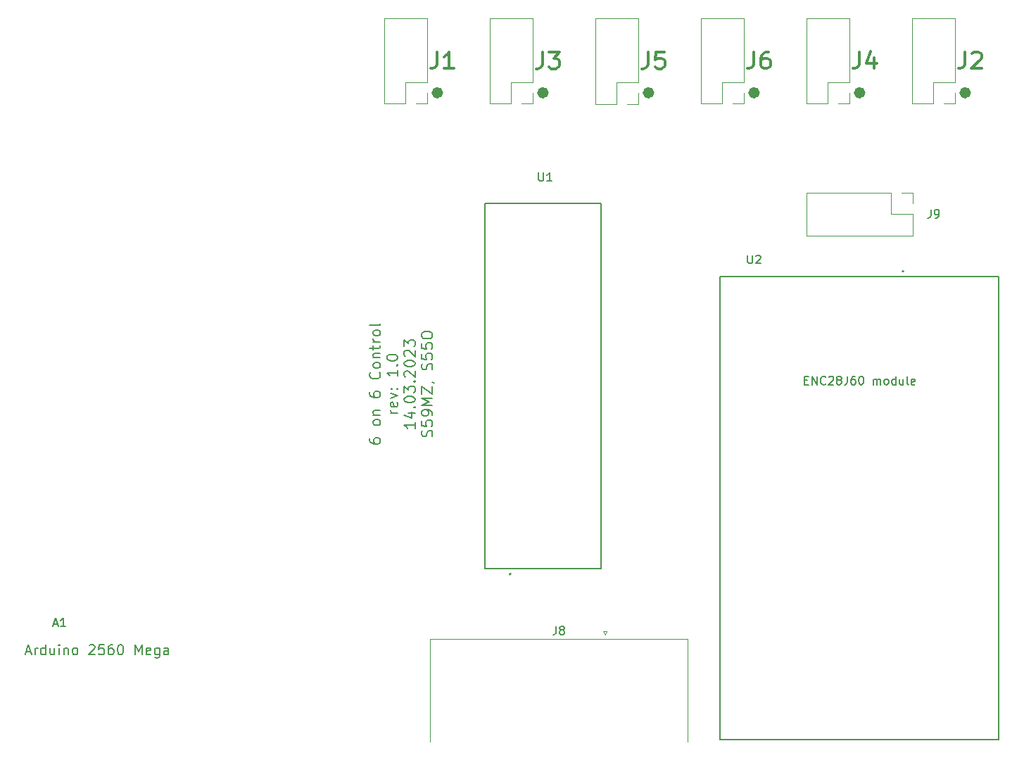
<source format=gto>
G04 #@! TF.GenerationSoftware,KiCad,Pcbnew,6.0.9-8da3e8f707~116~ubuntu20.04.1*
G04 #@! TF.CreationDate,2023-03-28T21:40:01+02:00*
G04 #@! TF.ProjectId,six_to_six_control,7369785f-746f-45f7-9369-785f636f6e74,rev?*
G04 #@! TF.SameCoordinates,Original*
G04 #@! TF.FileFunction,Legend,Top*
G04 #@! TF.FilePolarity,Positive*
%FSLAX46Y46*%
G04 Gerber Fmt 4.6, Leading zero omitted, Abs format (unit mm)*
G04 Created by KiCad (PCBNEW 6.0.9-8da3e8f707~116~ubuntu20.04.1) date 2023-03-28 21:40:01*
%MOMM*%
%LPD*%
G01*
G04 APERTURE LIST*
%ADD10C,0.710000*%
%ADD11C,0.150000*%
%ADD12C,0.300000*%
%ADD13C,0.127000*%
%ADD14C,0.200000*%
%ADD15C,0.120000*%
%ADD16R,1.530000X1.530000*%
%ADD17C,1.530000*%
%ADD18R,1.700000X1.700000*%
%ADD19O,1.700000X1.700000*%
%ADD20C,5.600000*%
%ADD21C,4.000000*%
%ADD22R,1.600000X1.600000*%
%ADD23C,1.600000*%
%ADD24C,3.200000*%
%ADD25C,1.358000*%
%ADD26R,1.358000X1.358000*%
G04 APERTURE END LIST*
D10*
X217525000Y-60960000D02*
G75*
G03*
X217525000Y-60960000I-355000J0D01*
G01*
X204825000Y-60960000D02*
G75*
G03*
X204825000Y-60960000I-355000J0D01*
G01*
X192125000Y-60960000D02*
G75*
G03*
X192125000Y-60960000I-355000J0D01*
G01*
X179425000Y-60960000D02*
G75*
G03*
X179425000Y-60960000I-355000J0D01*
G01*
X166725000Y-60960000D02*
G75*
G03*
X166725000Y-60960000I-355000J0D01*
G01*
X154025000Y-60960000D02*
G75*
G03*
X154025000Y-60960000I-355000J0D01*
G01*
D11*
X104176000Y-128216000D02*
X104747428Y-128216000D01*
X104061714Y-128558857D02*
X104461714Y-127358857D01*
X104861714Y-128558857D01*
X105261714Y-128558857D02*
X105261714Y-127758857D01*
X105261714Y-127987428D02*
X105318857Y-127873142D01*
X105376000Y-127816000D01*
X105490285Y-127758857D01*
X105604571Y-127758857D01*
X106518857Y-128558857D02*
X106518857Y-127358857D01*
X106518857Y-128501714D02*
X106404571Y-128558857D01*
X106176000Y-128558857D01*
X106061714Y-128501714D01*
X106004571Y-128444571D01*
X105947428Y-128330285D01*
X105947428Y-127987428D01*
X106004571Y-127873142D01*
X106061714Y-127816000D01*
X106176000Y-127758857D01*
X106404571Y-127758857D01*
X106518857Y-127816000D01*
X107604571Y-127758857D02*
X107604571Y-128558857D01*
X107090285Y-127758857D02*
X107090285Y-128387428D01*
X107147428Y-128501714D01*
X107261714Y-128558857D01*
X107433142Y-128558857D01*
X107547428Y-128501714D01*
X107604571Y-128444571D01*
X108176000Y-128558857D02*
X108176000Y-127758857D01*
X108176000Y-127358857D02*
X108118857Y-127416000D01*
X108176000Y-127473142D01*
X108233142Y-127416000D01*
X108176000Y-127358857D01*
X108176000Y-127473142D01*
X108747428Y-127758857D02*
X108747428Y-128558857D01*
X108747428Y-127873142D02*
X108804571Y-127816000D01*
X108918857Y-127758857D01*
X109090285Y-127758857D01*
X109204571Y-127816000D01*
X109261714Y-127930285D01*
X109261714Y-128558857D01*
X110004571Y-128558857D02*
X109890285Y-128501714D01*
X109833142Y-128444571D01*
X109776000Y-128330285D01*
X109776000Y-127987428D01*
X109833142Y-127873142D01*
X109890285Y-127816000D01*
X110004571Y-127758857D01*
X110176000Y-127758857D01*
X110290285Y-127816000D01*
X110347428Y-127873142D01*
X110404571Y-127987428D01*
X110404571Y-128330285D01*
X110347428Y-128444571D01*
X110290285Y-128501714D01*
X110176000Y-128558857D01*
X110004571Y-128558857D01*
X111776000Y-127473142D02*
X111833142Y-127416000D01*
X111947428Y-127358857D01*
X112233142Y-127358857D01*
X112347428Y-127416000D01*
X112404571Y-127473142D01*
X112461714Y-127587428D01*
X112461714Y-127701714D01*
X112404571Y-127873142D01*
X111718857Y-128558857D01*
X112461714Y-128558857D01*
X113547428Y-127358857D02*
X112976000Y-127358857D01*
X112918857Y-127930285D01*
X112976000Y-127873142D01*
X113090285Y-127816000D01*
X113376000Y-127816000D01*
X113490285Y-127873142D01*
X113547428Y-127930285D01*
X113604571Y-128044571D01*
X113604571Y-128330285D01*
X113547428Y-128444571D01*
X113490285Y-128501714D01*
X113376000Y-128558857D01*
X113090285Y-128558857D01*
X112976000Y-128501714D01*
X112918857Y-128444571D01*
X114633142Y-127358857D02*
X114404571Y-127358857D01*
X114290285Y-127416000D01*
X114233142Y-127473142D01*
X114118857Y-127644571D01*
X114061714Y-127873142D01*
X114061714Y-128330285D01*
X114118857Y-128444571D01*
X114176000Y-128501714D01*
X114290285Y-128558857D01*
X114518857Y-128558857D01*
X114633142Y-128501714D01*
X114690285Y-128444571D01*
X114747428Y-128330285D01*
X114747428Y-128044571D01*
X114690285Y-127930285D01*
X114633142Y-127873142D01*
X114518857Y-127816000D01*
X114290285Y-127816000D01*
X114176000Y-127873142D01*
X114118857Y-127930285D01*
X114061714Y-128044571D01*
X115490285Y-127358857D02*
X115604571Y-127358857D01*
X115718857Y-127416000D01*
X115776000Y-127473142D01*
X115833142Y-127587428D01*
X115890285Y-127816000D01*
X115890285Y-128101714D01*
X115833142Y-128330285D01*
X115776000Y-128444571D01*
X115718857Y-128501714D01*
X115604571Y-128558857D01*
X115490285Y-128558857D01*
X115376000Y-128501714D01*
X115318857Y-128444571D01*
X115261714Y-128330285D01*
X115204571Y-128101714D01*
X115204571Y-127816000D01*
X115261714Y-127587428D01*
X115318857Y-127473142D01*
X115376000Y-127416000D01*
X115490285Y-127358857D01*
X117318857Y-128558857D02*
X117318857Y-127358857D01*
X117718857Y-128216000D01*
X118118857Y-127358857D01*
X118118857Y-128558857D01*
X119147428Y-128501714D02*
X119033142Y-128558857D01*
X118804571Y-128558857D01*
X118690285Y-128501714D01*
X118633142Y-128387428D01*
X118633142Y-127930285D01*
X118690285Y-127816000D01*
X118804571Y-127758857D01*
X119033142Y-127758857D01*
X119147428Y-127816000D01*
X119204571Y-127930285D01*
X119204571Y-128044571D01*
X118633142Y-128158857D01*
X120233142Y-127758857D02*
X120233142Y-128730285D01*
X120176000Y-128844571D01*
X120118857Y-128901714D01*
X120004571Y-128958857D01*
X119833142Y-128958857D01*
X119718857Y-128901714D01*
X120233142Y-128501714D02*
X120118857Y-128558857D01*
X119890285Y-128558857D01*
X119776000Y-128501714D01*
X119718857Y-128444571D01*
X119661714Y-128330285D01*
X119661714Y-127987428D01*
X119718857Y-127873142D01*
X119776000Y-127816000D01*
X119890285Y-127758857D01*
X120118857Y-127758857D01*
X120233142Y-127816000D01*
X121318857Y-128558857D02*
X121318857Y-127930285D01*
X121261714Y-127816000D01*
X121147428Y-127758857D01*
X120918857Y-127758857D01*
X120804571Y-127816000D01*
X121318857Y-128501714D02*
X121204571Y-128558857D01*
X120918857Y-128558857D01*
X120804571Y-128501714D01*
X120747428Y-128387428D01*
X120747428Y-128273142D01*
X120804571Y-128158857D01*
X120918857Y-128101714D01*
X121204571Y-128101714D01*
X121318857Y-128044571D01*
X145500595Y-102573904D02*
X145500595Y-102821523D01*
X145562500Y-102945333D01*
X145624404Y-103007238D01*
X145810119Y-103131047D01*
X146057738Y-103192952D01*
X146552976Y-103192952D01*
X146676785Y-103131047D01*
X146738690Y-103069142D01*
X146800595Y-102945333D01*
X146800595Y-102697714D01*
X146738690Y-102573904D01*
X146676785Y-102512000D01*
X146552976Y-102450095D01*
X146243452Y-102450095D01*
X146119642Y-102512000D01*
X146057738Y-102573904D01*
X145995833Y-102697714D01*
X145995833Y-102945333D01*
X146057738Y-103069142D01*
X146119642Y-103131047D01*
X146243452Y-103192952D01*
X146800595Y-100716761D02*
X146738690Y-100840571D01*
X146676785Y-100902476D01*
X146552976Y-100964380D01*
X146181547Y-100964380D01*
X146057738Y-100902476D01*
X145995833Y-100840571D01*
X145933928Y-100716761D01*
X145933928Y-100531047D01*
X145995833Y-100407238D01*
X146057738Y-100345333D01*
X146181547Y-100283428D01*
X146552976Y-100283428D01*
X146676785Y-100345333D01*
X146738690Y-100407238D01*
X146800595Y-100531047D01*
X146800595Y-100716761D01*
X145933928Y-99726285D02*
X146800595Y-99726285D01*
X146057738Y-99726285D02*
X145995833Y-99664380D01*
X145933928Y-99540571D01*
X145933928Y-99354857D01*
X145995833Y-99231047D01*
X146119642Y-99169142D01*
X146800595Y-99169142D01*
X145500595Y-97002476D02*
X145500595Y-97250095D01*
X145562500Y-97373904D01*
X145624404Y-97435809D01*
X145810119Y-97559619D01*
X146057738Y-97621523D01*
X146552976Y-97621523D01*
X146676785Y-97559619D01*
X146738690Y-97497714D01*
X146800595Y-97373904D01*
X146800595Y-97126285D01*
X146738690Y-97002476D01*
X146676785Y-96940571D01*
X146552976Y-96878666D01*
X146243452Y-96878666D01*
X146119642Y-96940571D01*
X146057738Y-97002476D01*
X145995833Y-97126285D01*
X145995833Y-97373904D01*
X146057738Y-97497714D01*
X146119642Y-97559619D01*
X146243452Y-97621523D01*
X146676785Y-94588190D02*
X146738690Y-94650095D01*
X146800595Y-94835809D01*
X146800595Y-94959619D01*
X146738690Y-95145333D01*
X146614880Y-95269142D01*
X146491071Y-95331047D01*
X146243452Y-95392952D01*
X146057738Y-95392952D01*
X145810119Y-95331047D01*
X145686309Y-95269142D01*
X145562500Y-95145333D01*
X145500595Y-94959619D01*
X145500595Y-94835809D01*
X145562500Y-94650095D01*
X145624404Y-94588190D01*
X146800595Y-93845333D02*
X146738690Y-93969142D01*
X146676785Y-94031047D01*
X146552976Y-94092952D01*
X146181547Y-94092952D01*
X146057738Y-94031047D01*
X145995833Y-93969142D01*
X145933928Y-93845333D01*
X145933928Y-93659619D01*
X145995833Y-93535809D01*
X146057738Y-93473904D01*
X146181547Y-93412000D01*
X146552976Y-93412000D01*
X146676785Y-93473904D01*
X146738690Y-93535809D01*
X146800595Y-93659619D01*
X146800595Y-93845333D01*
X145933928Y-92854857D02*
X146800595Y-92854857D01*
X146057738Y-92854857D02*
X145995833Y-92792952D01*
X145933928Y-92669142D01*
X145933928Y-92483428D01*
X145995833Y-92359619D01*
X146119642Y-92297714D01*
X146800595Y-92297714D01*
X145933928Y-91864380D02*
X145933928Y-91369142D01*
X145500595Y-91678666D02*
X146614880Y-91678666D01*
X146738690Y-91616761D01*
X146800595Y-91492952D01*
X146800595Y-91369142D01*
X146800595Y-90935809D02*
X145933928Y-90935809D01*
X146181547Y-90935809D02*
X146057738Y-90873904D01*
X145995833Y-90812000D01*
X145933928Y-90688190D01*
X145933928Y-90564380D01*
X146800595Y-89945333D02*
X146738690Y-90069142D01*
X146676785Y-90131047D01*
X146552976Y-90192952D01*
X146181547Y-90192952D01*
X146057738Y-90131047D01*
X145995833Y-90069142D01*
X145933928Y-89945333D01*
X145933928Y-89759619D01*
X145995833Y-89635809D01*
X146057738Y-89573904D01*
X146181547Y-89512000D01*
X146552976Y-89512000D01*
X146676785Y-89573904D01*
X146738690Y-89635809D01*
X146800595Y-89759619D01*
X146800595Y-89945333D01*
X146800595Y-88769142D02*
X146738690Y-88892952D01*
X146614880Y-88954857D01*
X145500595Y-88954857D01*
X148893595Y-99509619D02*
X148026928Y-99509619D01*
X148274547Y-99509619D02*
X148150738Y-99447714D01*
X148088833Y-99385809D01*
X148026928Y-99262000D01*
X148026928Y-99138190D01*
X148831690Y-98209619D02*
X148893595Y-98333428D01*
X148893595Y-98581047D01*
X148831690Y-98704857D01*
X148707880Y-98766761D01*
X148212642Y-98766761D01*
X148088833Y-98704857D01*
X148026928Y-98581047D01*
X148026928Y-98333428D01*
X148088833Y-98209619D01*
X148212642Y-98147714D01*
X148336452Y-98147714D01*
X148460261Y-98766761D01*
X148026928Y-97714380D02*
X148893595Y-97404857D01*
X148026928Y-97095333D01*
X148769785Y-96600095D02*
X148831690Y-96538190D01*
X148893595Y-96600095D01*
X148831690Y-96662000D01*
X148769785Y-96600095D01*
X148893595Y-96600095D01*
X148088833Y-96600095D02*
X148150738Y-96538190D01*
X148212642Y-96600095D01*
X148150738Y-96662000D01*
X148088833Y-96600095D01*
X148212642Y-96600095D01*
X148893595Y-94309619D02*
X148893595Y-95052476D01*
X148893595Y-94681047D02*
X147593595Y-94681047D01*
X147779309Y-94804857D01*
X147903119Y-94928666D01*
X147965023Y-95052476D01*
X148769785Y-93752476D02*
X148831690Y-93690571D01*
X148893595Y-93752476D01*
X148831690Y-93814380D01*
X148769785Y-93752476D01*
X148893595Y-93752476D01*
X147593595Y-92885809D02*
X147593595Y-92762000D01*
X147655500Y-92638190D01*
X147717404Y-92576285D01*
X147841214Y-92514380D01*
X148088833Y-92452476D01*
X148398357Y-92452476D01*
X148645976Y-92514380D01*
X148769785Y-92576285D01*
X148831690Y-92638190D01*
X148893595Y-92762000D01*
X148893595Y-92885809D01*
X148831690Y-93009619D01*
X148769785Y-93071523D01*
X148645976Y-93133428D01*
X148398357Y-93195333D01*
X148088833Y-93195333D01*
X147841214Y-93133428D01*
X147717404Y-93071523D01*
X147655500Y-93009619D01*
X147593595Y-92885809D01*
X150986595Y-100592952D02*
X150986595Y-101335809D01*
X150986595Y-100964380D02*
X149686595Y-100964380D01*
X149872309Y-101088190D01*
X149996119Y-101212000D01*
X150058023Y-101335809D01*
X150119928Y-99478666D02*
X150986595Y-99478666D01*
X149624690Y-99788190D02*
X150553261Y-100097714D01*
X150553261Y-99292952D01*
X150862785Y-98797714D02*
X150924690Y-98735809D01*
X150986595Y-98797714D01*
X150924690Y-98859619D01*
X150862785Y-98797714D01*
X150986595Y-98797714D01*
X149686595Y-97931047D02*
X149686595Y-97807238D01*
X149748500Y-97683428D01*
X149810404Y-97621523D01*
X149934214Y-97559619D01*
X150181833Y-97497714D01*
X150491357Y-97497714D01*
X150738976Y-97559619D01*
X150862785Y-97621523D01*
X150924690Y-97683428D01*
X150986595Y-97807238D01*
X150986595Y-97931047D01*
X150924690Y-98054857D01*
X150862785Y-98116761D01*
X150738976Y-98178666D01*
X150491357Y-98240571D01*
X150181833Y-98240571D01*
X149934214Y-98178666D01*
X149810404Y-98116761D01*
X149748500Y-98054857D01*
X149686595Y-97931047D01*
X149686595Y-97064380D02*
X149686595Y-96259619D01*
X150181833Y-96692952D01*
X150181833Y-96507238D01*
X150243738Y-96383428D01*
X150305642Y-96321523D01*
X150429452Y-96259619D01*
X150738976Y-96259619D01*
X150862785Y-96321523D01*
X150924690Y-96383428D01*
X150986595Y-96507238D01*
X150986595Y-96878666D01*
X150924690Y-97002476D01*
X150862785Y-97064380D01*
X150862785Y-95702476D02*
X150924690Y-95640571D01*
X150986595Y-95702476D01*
X150924690Y-95764380D01*
X150862785Y-95702476D01*
X150986595Y-95702476D01*
X149810404Y-95145333D02*
X149748500Y-95083428D01*
X149686595Y-94959619D01*
X149686595Y-94650095D01*
X149748500Y-94526285D01*
X149810404Y-94464380D01*
X149934214Y-94402476D01*
X150058023Y-94402476D01*
X150243738Y-94464380D01*
X150986595Y-95207238D01*
X150986595Y-94402476D01*
X149686595Y-93597714D02*
X149686595Y-93473904D01*
X149748500Y-93350095D01*
X149810404Y-93288190D01*
X149934214Y-93226285D01*
X150181833Y-93164380D01*
X150491357Y-93164380D01*
X150738976Y-93226285D01*
X150862785Y-93288190D01*
X150924690Y-93350095D01*
X150986595Y-93473904D01*
X150986595Y-93597714D01*
X150924690Y-93721523D01*
X150862785Y-93783428D01*
X150738976Y-93845333D01*
X150491357Y-93907238D01*
X150181833Y-93907238D01*
X149934214Y-93845333D01*
X149810404Y-93783428D01*
X149748500Y-93721523D01*
X149686595Y-93597714D01*
X149810404Y-92669142D02*
X149748500Y-92607238D01*
X149686595Y-92483428D01*
X149686595Y-92173904D01*
X149748500Y-92050095D01*
X149810404Y-91988190D01*
X149934214Y-91926285D01*
X150058023Y-91926285D01*
X150243738Y-91988190D01*
X150986595Y-92731047D01*
X150986595Y-91926285D01*
X149686595Y-91492952D02*
X149686595Y-90688190D01*
X150181833Y-91121523D01*
X150181833Y-90935809D01*
X150243738Y-90812000D01*
X150305642Y-90750095D01*
X150429452Y-90688190D01*
X150738976Y-90688190D01*
X150862785Y-90750095D01*
X150924690Y-90812000D01*
X150986595Y-90935809D01*
X150986595Y-91307238D01*
X150924690Y-91431047D01*
X150862785Y-91492952D01*
X153017690Y-102326285D02*
X153079595Y-102140571D01*
X153079595Y-101831047D01*
X153017690Y-101707238D01*
X152955785Y-101645333D01*
X152831976Y-101583428D01*
X152708166Y-101583428D01*
X152584357Y-101645333D01*
X152522452Y-101707238D01*
X152460547Y-101831047D01*
X152398642Y-102078666D01*
X152336738Y-102202476D01*
X152274833Y-102264380D01*
X152151023Y-102326285D01*
X152027214Y-102326285D01*
X151903404Y-102264380D01*
X151841500Y-102202476D01*
X151779595Y-102078666D01*
X151779595Y-101769142D01*
X151841500Y-101583428D01*
X151779595Y-100407238D02*
X151779595Y-101026285D01*
X152398642Y-101088190D01*
X152336738Y-101026285D01*
X152274833Y-100902476D01*
X152274833Y-100592952D01*
X152336738Y-100469142D01*
X152398642Y-100407238D01*
X152522452Y-100345333D01*
X152831976Y-100345333D01*
X152955785Y-100407238D01*
X153017690Y-100469142D01*
X153079595Y-100592952D01*
X153079595Y-100902476D01*
X153017690Y-101026285D01*
X152955785Y-101088190D01*
X153079595Y-99726285D02*
X153079595Y-99478666D01*
X153017690Y-99354857D01*
X152955785Y-99292952D01*
X152770071Y-99169142D01*
X152522452Y-99107238D01*
X152027214Y-99107238D01*
X151903404Y-99169142D01*
X151841500Y-99231047D01*
X151779595Y-99354857D01*
X151779595Y-99602476D01*
X151841500Y-99726285D01*
X151903404Y-99788190D01*
X152027214Y-99850095D01*
X152336738Y-99850095D01*
X152460547Y-99788190D01*
X152522452Y-99726285D01*
X152584357Y-99602476D01*
X152584357Y-99354857D01*
X152522452Y-99231047D01*
X152460547Y-99169142D01*
X152336738Y-99107238D01*
X153079595Y-98550095D02*
X151779595Y-98550095D01*
X152708166Y-98116761D01*
X151779595Y-97683428D01*
X153079595Y-97683428D01*
X151779595Y-97188190D02*
X151779595Y-96321523D01*
X153079595Y-97188190D01*
X153079595Y-96321523D01*
X153017690Y-95764380D02*
X153079595Y-95764380D01*
X153203404Y-95826285D01*
X153265309Y-95888190D01*
X153017690Y-94278666D02*
X153079595Y-94092952D01*
X153079595Y-93783428D01*
X153017690Y-93659619D01*
X152955785Y-93597714D01*
X152831976Y-93535809D01*
X152708166Y-93535809D01*
X152584357Y-93597714D01*
X152522452Y-93659619D01*
X152460547Y-93783428D01*
X152398642Y-94031047D01*
X152336738Y-94154857D01*
X152274833Y-94216761D01*
X152151023Y-94278666D01*
X152027214Y-94278666D01*
X151903404Y-94216761D01*
X151841500Y-94154857D01*
X151779595Y-94031047D01*
X151779595Y-93721523D01*
X151841500Y-93535809D01*
X151779595Y-92359619D02*
X151779595Y-92978666D01*
X152398642Y-93040571D01*
X152336738Y-92978666D01*
X152274833Y-92854857D01*
X152274833Y-92545333D01*
X152336738Y-92421523D01*
X152398642Y-92359619D01*
X152522452Y-92297714D01*
X152831976Y-92297714D01*
X152955785Y-92359619D01*
X153017690Y-92421523D01*
X153079595Y-92545333D01*
X153079595Y-92854857D01*
X153017690Y-92978666D01*
X152955785Y-93040571D01*
X151779595Y-91121523D02*
X151779595Y-91740571D01*
X152398642Y-91802476D01*
X152336738Y-91740571D01*
X152274833Y-91616761D01*
X152274833Y-91307238D01*
X152336738Y-91183428D01*
X152398642Y-91121523D01*
X152522452Y-91059619D01*
X152831976Y-91059619D01*
X152955785Y-91121523D01*
X153017690Y-91183428D01*
X153079595Y-91307238D01*
X153079595Y-91616761D01*
X153017690Y-91740571D01*
X152955785Y-91802476D01*
X151779595Y-90254857D02*
X151779595Y-90007238D01*
X151841500Y-89883428D01*
X151965309Y-89759619D01*
X152212928Y-89697714D01*
X152646261Y-89697714D01*
X152893880Y-89759619D01*
X153017690Y-89883428D01*
X153079595Y-90007238D01*
X153079595Y-90254857D01*
X153017690Y-90378666D01*
X152893880Y-90502476D01*
X152646261Y-90564380D01*
X152212928Y-90564380D01*
X151965309Y-90502476D01*
X151841500Y-90378666D01*
X151779595Y-90254857D01*
X165862095Y-70572380D02*
X165862095Y-71381904D01*
X165909714Y-71477142D01*
X165957333Y-71524761D01*
X166052571Y-71572380D01*
X166243047Y-71572380D01*
X166338285Y-71524761D01*
X166385904Y-71477142D01*
X166433523Y-71381904D01*
X166433523Y-70572380D01*
X167433523Y-71572380D02*
X166862095Y-71572380D01*
X167147809Y-71572380D02*
X167147809Y-70572380D01*
X167052571Y-70715238D01*
X166957333Y-70810476D01*
X166862095Y-70858095D01*
D12*
X204438333Y-56054761D02*
X204438333Y-57483333D01*
X204343095Y-57769047D01*
X204152619Y-57959523D01*
X203866904Y-58054761D01*
X203676428Y-58054761D01*
X206247857Y-56721428D02*
X206247857Y-58054761D01*
X205771666Y-55959523D02*
X205295476Y-57388095D01*
X206533571Y-57388095D01*
X153638333Y-56054761D02*
X153638333Y-57483333D01*
X153543095Y-57769047D01*
X153352619Y-57959523D01*
X153066904Y-58054761D01*
X152876428Y-58054761D01*
X155638333Y-58054761D02*
X154495476Y-58054761D01*
X155066904Y-58054761D02*
X155066904Y-56054761D01*
X154876428Y-56340476D01*
X154685952Y-56530952D01*
X154495476Y-56626190D01*
X191738333Y-56054761D02*
X191738333Y-57483333D01*
X191643095Y-57769047D01*
X191452619Y-57959523D01*
X191166904Y-58054761D01*
X190976428Y-58054761D01*
X193547857Y-56054761D02*
X193166904Y-56054761D01*
X192976428Y-56150000D01*
X192881190Y-56245238D01*
X192690714Y-56530952D01*
X192595476Y-56911904D01*
X192595476Y-57673809D01*
X192690714Y-57864285D01*
X192785952Y-57959523D01*
X192976428Y-58054761D01*
X193357380Y-58054761D01*
X193547857Y-57959523D01*
X193643095Y-57864285D01*
X193738333Y-57673809D01*
X193738333Y-57197619D01*
X193643095Y-57007142D01*
X193547857Y-56911904D01*
X193357380Y-56816666D01*
X192976428Y-56816666D01*
X192785952Y-56911904D01*
X192690714Y-57007142D01*
X192595476Y-57197619D01*
D11*
X213026666Y-75017380D02*
X213026666Y-75731666D01*
X212979047Y-75874523D01*
X212883809Y-75969761D01*
X212740952Y-76017380D01*
X212645714Y-76017380D01*
X213550476Y-76017380D02*
X213740952Y-76017380D01*
X213836190Y-75969761D01*
X213883809Y-75922142D01*
X213979047Y-75779285D01*
X214026666Y-75588809D01*
X214026666Y-75207857D01*
X213979047Y-75112619D01*
X213931428Y-75065000D01*
X213836190Y-75017380D01*
X213645714Y-75017380D01*
X213550476Y-75065000D01*
X213502857Y-75112619D01*
X213455238Y-75207857D01*
X213455238Y-75445952D01*
X213502857Y-75541190D01*
X213550476Y-75588809D01*
X213645714Y-75636428D01*
X213836190Y-75636428D01*
X213931428Y-75588809D01*
X213979047Y-75541190D01*
X214026666Y-75445952D01*
D12*
X166333333Y-56064761D02*
X166333333Y-57493333D01*
X166238095Y-57779047D01*
X166047619Y-57969523D01*
X165761904Y-58064761D01*
X165571428Y-58064761D01*
X167095238Y-56064761D02*
X168333333Y-56064761D01*
X167666666Y-56826666D01*
X167952380Y-56826666D01*
X168142857Y-56921904D01*
X168238095Y-57017142D01*
X168333333Y-57207619D01*
X168333333Y-57683809D01*
X168238095Y-57874285D01*
X168142857Y-57969523D01*
X167952380Y-58064761D01*
X167380952Y-58064761D01*
X167190476Y-57969523D01*
X167095238Y-57874285D01*
D11*
X167951666Y-125176380D02*
X167951666Y-125890666D01*
X167904047Y-126033523D01*
X167808809Y-126128761D01*
X167665952Y-126176380D01*
X167570714Y-126176380D01*
X168570714Y-125604952D02*
X168475476Y-125557333D01*
X168427857Y-125509714D01*
X168380238Y-125414476D01*
X168380238Y-125366857D01*
X168427857Y-125271619D01*
X168475476Y-125224000D01*
X168570714Y-125176380D01*
X168761190Y-125176380D01*
X168856428Y-125224000D01*
X168904047Y-125271619D01*
X168951666Y-125366857D01*
X168951666Y-125414476D01*
X168904047Y-125509714D01*
X168856428Y-125557333D01*
X168761190Y-125604952D01*
X168570714Y-125604952D01*
X168475476Y-125652571D01*
X168427857Y-125700190D01*
X168380238Y-125795428D01*
X168380238Y-125985904D01*
X168427857Y-126081142D01*
X168475476Y-126128761D01*
X168570714Y-126176380D01*
X168761190Y-126176380D01*
X168856428Y-126128761D01*
X168904047Y-126081142D01*
X168951666Y-125985904D01*
X168951666Y-125795428D01*
X168904047Y-125700190D01*
X168856428Y-125652571D01*
X168761190Y-125604952D01*
X191008095Y-80498880D02*
X191008095Y-81308404D01*
X191055714Y-81403642D01*
X191103333Y-81451261D01*
X191198571Y-81498880D01*
X191389047Y-81498880D01*
X191484285Y-81451261D01*
X191531904Y-81403642D01*
X191579523Y-81308404D01*
X191579523Y-80498880D01*
X192008095Y-80594119D02*
X192055714Y-80546500D01*
X192150952Y-80498880D01*
X192389047Y-80498880D01*
X192484285Y-80546500D01*
X192531904Y-80594119D01*
X192579523Y-80689357D01*
X192579523Y-80784595D01*
X192531904Y-80927452D01*
X191960476Y-81498880D01*
X192579523Y-81498880D01*
X197850952Y-95559571D02*
X198184285Y-95559571D01*
X198327142Y-96083380D02*
X197850952Y-96083380D01*
X197850952Y-95083380D01*
X198327142Y-95083380D01*
X198755714Y-96083380D02*
X198755714Y-95083380D01*
X199327142Y-96083380D01*
X199327142Y-95083380D01*
X200374761Y-95988142D02*
X200327142Y-96035761D01*
X200184285Y-96083380D01*
X200089047Y-96083380D01*
X199946190Y-96035761D01*
X199850952Y-95940523D01*
X199803333Y-95845285D01*
X199755714Y-95654809D01*
X199755714Y-95511952D01*
X199803333Y-95321476D01*
X199850952Y-95226238D01*
X199946190Y-95131000D01*
X200089047Y-95083380D01*
X200184285Y-95083380D01*
X200327142Y-95131000D01*
X200374761Y-95178619D01*
X200755714Y-95178619D02*
X200803333Y-95131000D01*
X200898571Y-95083380D01*
X201136666Y-95083380D01*
X201231904Y-95131000D01*
X201279523Y-95178619D01*
X201327142Y-95273857D01*
X201327142Y-95369095D01*
X201279523Y-95511952D01*
X200708095Y-96083380D01*
X201327142Y-96083380D01*
X201898571Y-95511952D02*
X201803333Y-95464333D01*
X201755714Y-95416714D01*
X201708095Y-95321476D01*
X201708095Y-95273857D01*
X201755714Y-95178619D01*
X201803333Y-95131000D01*
X201898571Y-95083380D01*
X202089047Y-95083380D01*
X202184285Y-95131000D01*
X202231904Y-95178619D01*
X202279523Y-95273857D01*
X202279523Y-95321476D01*
X202231904Y-95416714D01*
X202184285Y-95464333D01*
X202089047Y-95511952D01*
X201898571Y-95511952D01*
X201803333Y-95559571D01*
X201755714Y-95607190D01*
X201708095Y-95702428D01*
X201708095Y-95892904D01*
X201755714Y-95988142D01*
X201803333Y-96035761D01*
X201898571Y-96083380D01*
X202089047Y-96083380D01*
X202184285Y-96035761D01*
X202231904Y-95988142D01*
X202279523Y-95892904D01*
X202279523Y-95702428D01*
X202231904Y-95607190D01*
X202184285Y-95559571D01*
X202089047Y-95511952D01*
X202993809Y-95083380D02*
X202993809Y-95797666D01*
X202946190Y-95940523D01*
X202850952Y-96035761D01*
X202708095Y-96083380D01*
X202612857Y-96083380D01*
X203898571Y-95083380D02*
X203708095Y-95083380D01*
X203612857Y-95131000D01*
X203565238Y-95178619D01*
X203470000Y-95321476D01*
X203422380Y-95511952D01*
X203422380Y-95892904D01*
X203470000Y-95988142D01*
X203517619Y-96035761D01*
X203612857Y-96083380D01*
X203803333Y-96083380D01*
X203898571Y-96035761D01*
X203946190Y-95988142D01*
X203993809Y-95892904D01*
X203993809Y-95654809D01*
X203946190Y-95559571D01*
X203898571Y-95511952D01*
X203803333Y-95464333D01*
X203612857Y-95464333D01*
X203517619Y-95511952D01*
X203470000Y-95559571D01*
X203422380Y-95654809D01*
X204612857Y-95083380D02*
X204708095Y-95083380D01*
X204803333Y-95131000D01*
X204850952Y-95178619D01*
X204898571Y-95273857D01*
X204946190Y-95464333D01*
X204946190Y-95702428D01*
X204898571Y-95892904D01*
X204850952Y-95988142D01*
X204803333Y-96035761D01*
X204708095Y-96083380D01*
X204612857Y-96083380D01*
X204517619Y-96035761D01*
X204470000Y-95988142D01*
X204422380Y-95892904D01*
X204374761Y-95702428D01*
X204374761Y-95464333D01*
X204422380Y-95273857D01*
X204470000Y-95178619D01*
X204517619Y-95131000D01*
X204612857Y-95083380D01*
X206136666Y-96083380D02*
X206136666Y-95416714D01*
X206136666Y-95511952D02*
X206184285Y-95464333D01*
X206279523Y-95416714D01*
X206422380Y-95416714D01*
X206517619Y-95464333D01*
X206565238Y-95559571D01*
X206565238Y-96083380D01*
X206565238Y-95559571D02*
X206612857Y-95464333D01*
X206708095Y-95416714D01*
X206850952Y-95416714D01*
X206946190Y-95464333D01*
X206993809Y-95559571D01*
X206993809Y-96083380D01*
X207612857Y-96083380D02*
X207517619Y-96035761D01*
X207470000Y-95988142D01*
X207422380Y-95892904D01*
X207422380Y-95607190D01*
X207470000Y-95511952D01*
X207517619Y-95464333D01*
X207612857Y-95416714D01*
X207755714Y-95416714D01*
X207850952Y-95464333D01*
X207898571Y-95511952D01*
X207946190Y-95607190D01*
X207946190Y-95892904D01*
X207898571Y-95988142D01*
X207850952Y-96035761D01*
X207755714Y-96083380D01*
X207612857Y-96083380D01*
X208803333Y-96083380D02*
X208803333Y-95083380D01*
X208803333Y-96035761D02*
X208708095Y-96083380D01*
X208517619Y-96083380D01*
X208422380Y-96035761D01*
X208374761Y-95988142D01*
X208327142Y-95892904D01*
X208327142Y-95607190D01*
X208374761Y-95511952D01*
X208422380Y-95464333D01*
X208517619Y-95416714D01*
X208708095Y-95416714D01*
X208803333Y-95464333D01*
X209708095Y-95416714D02*
X209708095Y-96083380D01*
X209279523Y-95416714D02*
X209279523Y-95940523D01*
X209327142Y-96035761D01*
X209422380Y-96083380D01*
X209565238Y-96083380D01*
X209660476Y-96035761D01*
X209708095Y-95988142D01*
X210327142Y-96083380D02*
X210231904Y-96035761D01*
X210184285Y-95940523D01*
X210184285Y-95083380D01*
X211089047Y-96035761D02*
X210993809Y-96083380D01*
X210803333Y-96083380D01*
X210708095Y-96035761D01*
X210660476Y-95940523D01*
X210660476Y-95559571D01*
X210708095Y-95464333D01*
X210803333Y-95416714D01*
X210993809Y-95416714D01*
X211089047Y-95464333D01*
X211136666Y-95559571D01*
X211136666Y-95654809D01*
X210660476Y-95750047D01*
D12*
X179038333Y-56064761D02*
X179038333Y-57493333D01*
X178943095Y-57779047D01*
X178752619Y-57969523D01*
X178466904Y-58064761D01*
X178276428Y-58064761D01*
X180943095Y-56064761D02*
X179990714Y-56064761D01*
X179895476Y-57017142D01*
X179990714Y-56921904D01*
X180181190Y-56826666D01*
X180657380Y-56826666D01*
X180847857Y-56921904D01*
X180943095Y-57017142D01*
X181038333Y-57207619D01*
X181038333Y-57683809D01*
X180943095Y-57874285D01*
X180847857Y-57969523D01*
X180657380Y-58064761D01*
X180181190Y-58064761D01*
X179990714Y-57969523D01*
X179895476Y-57874285D01*
X217138333Y-56054761D02*
X217138333Y-57483333D01*
X217043095Y-57769047D01*
X216852619Y-57959523D01*
X216566904Y-58054761D01*
X216376428Y-58054761D01*
X217995476Y-56245238D02*
X218090714Y-56150000D01*
X218281190Y-56054761D01*
X218757380Y-56054761D01*
X218947857Y-56150000D01*
X219043095Y-56245238D01*
X219138333Y-56435714D01*
X219138333Y-56626190D01*
X219043095Y-56911904D01*
X217900238Y-58054761D01*
X219138333Y-58054761D01*
D11*
X107489714Y-124880666D02*
X107965904Y-124880666D01*
X107394476Y-125166380D02*
X107727809Y-124166380D01*
X108061142Y-125166380D01*
X108918285Y-125166380D02*
X108346857Y-125166380D01*
X108632571Y-125166380D02*
X108632571Y-124166380D01*
X108537333Y-124309238D01*
X108442095Y-124404476D01*
X108346857Y-124452095D01*
D13*
X159370000Y-118241500D02*
X159370000Y-74241500D01*
X173370000Y-74241500D02*
X173370000Y-118241500D01*
X159370000Y-74241500D02*
X173370000Y-74241500D01*
X173370000Y-118241500D02*
X159370000Y-118241500D01*
D14*
X162530000Y-118873500D02*
G75*
G03*
X162530000Y-118873500I-100000J0D01*
G01*
D15*
X203260000Y-52010000D02*
X198060000Y-52010000D01*
X200660000Y-59690000D02*
X200660000Y-62290000D01*
X200660000Y-62290000D02*
X198060000Y-62290000D01*
X198060000Y-62290000D02*
X198060000Y-52010000D01*
X203260000Y-62290000D02*
X201930000Y-62290000D01*
X203260000Y-59690000D02*
X200660000Y-59690000D01*
X203260000Y-59690000D02*
X203260000Y-52010000D01*
X203260000Y-60960000D02*
X203260000Y-62290000D01*
X149860000Y-59690000D02*
X149860000Y-62290000D01*
X149860000Y-62290000D02*
X147260000Y-62290000D01*
X152460000Y-59690000D02*
X152460000Y-52010000D01*
X152460000Y-52010000D02*
X147260000Y-52010000D01*
X152460000Y-60960000D02*
X152460000Y-62290000D01*
X152460000Y-62290000D02*
X151130000Y-62290000D01*
X152460000Y-59690000D02*
X149860000Y-59690000D01*
X147260000Y-62290000D02*
X147260000Y-52010000D01*
X190560000Y-59690000D02*
X187960000Y-59690000D01*
X187960000Y-59690000D02*
X187960000Y-62290000D01*
X185360000Y-62290000D02*
X185360000Y-52010000D01*
X190560000Y-59690000D02*
X190560000Y-52010000D01*
X187960000Y-62290000D02*
X185360000Y-62290000D01*
X190560000Y-52010000D02*
X185360000Y-52010000D01*
X190560000Y-62290000D02*
X189230000Y-62290000D01*
X190560000Y-60960000D02*
X190560000Y-62290000D01*
X210880000Y-72965000D02*
X210880000Y-74295000D01*
X210880000Y-75565000D02*
X210880000Y-78165000D01*
X210880000Y-78165000D02*
X198060000Y-78165000D01*
X208280000Y-72965000D02*
X208280000Y-75565000D01*
X198060000Y-72965000D02*
X198060000Y-78165000D01*
X208280000Y-72965000D02*
X198060000Y-72965000D01*
X208280000Y-75565000D02*
X210880000Y-75565000D01*
X209550000Y-72965000D02*
X210880000Y-72965000D01*
X165160000Y-52010000D02*
X159960000Y-52010000D01*
X159960000Y-62290000D02*
X159960000Y-52010000D01*
X165160000Y-60960000D02*
X165160000Y-62290000D01*
X165160000Y-59690000D02*
X162560000Y-59690000D01*
X165160000Y-59690000D02*
X165160000Y-52010000D01*
X162560000Y-59690000D02*
X162560000Y-62290000D01*
X162560000Y-62290000D02*
X159960000Y-62290000D01*
X165160000Y-62290000D02*
X163830000Y-62290000D01*
X152800000Y-126664000D02*
X183770000Y-126664000D01*
X183770000Y-126664000D02*
X183770000Y-139004000D01*
X173575000Y-125769662D02*
X174075000Y-125769662D01*
X173825000Y-126202675D02*
X173575000Y-125769662D01*
X152800000Y-139004000D02*
X152800000Y-126664000D01*
X174075000Y-125769662D02*
X173825000Y-126202675D01*
D13*
X221234000Y-138811000D02*
X187706000Y-138811000D01*
X187706000Y-138811000D02*
X187706000Y-83058000D01*
X187706000Y-83058000D02*
X221234000Y-83055000D01*
X221234000Y-83055000D02*
X221234000Y-138811000D01*
D14*
X209780000Y-82423000D02*
G75*
G03*
X209780000Y-82423000I-100000J0D01*
G01*
D15*
X177860000Y-60970000D02*
X177860000Y-62300000D01*
X177860000Y-59700000D02*
X177860000Y-52020000D01*
X175260000Y-62300000D02*
X172660000Y-62300000D01*
X177860000Y-59700000D02*
X175260000Y-59700000D01*
X175260000Y-59700000D02*
X175260000Y-62300000D01*
X177860000Y-52020000D02*
X172660000Y-52020000D01*
X172660000Y-62300000D02*
X172660000Y-52020000D01*
X177860000Y-62300000D02*
X176530000Y-62300000D01*
X215960000Y-59690000D02*
X215960000Y-52010000D01*
X210760000Y-62290000D02*
X210760000Y-52010000D01*
X215960000Y-59690000D02*
X213360000Y-59690000D01*
X215960000Y-62290000D02*
X214630000Y-62290000D01*
X215960000Y-60960000D02*
X215960000Y-62290000D01*
X215960000Y-52010000D02*
X210760000Y-52010000D01*
X213360000Y-62290000D02*
X210760000Y-62290000D01*
X213360000Y-59690000D02*
X213360000Y-62290000D01*
%LPC*%
D16*
X162560000Y-116841500D03*
D17*
X165100000Y-116841500D03*
X167640000Y-116841500D03*
X170180000Y-116841500D03*
X170180000Y-75621500D03*
X167640000Y-75621500D03*
X165100000Y-75621500D03*
X162560000Y-75621500D03*
D18*
X201930000Y-60960000D03*
D19*
X199390000Y-60960000D03*
X201930000Y-58420000D03*
X199390000Y-58420000D03*
X201930000Y-55880000D03*
X199390000Y-55880000D03*
X201930000Y-53340000D03*
X199390000Y-53340000D03*
D18*
X151130000Y-60960000D03*
D19*
X148590000Y-60960000D03*
X151130000Y-58420000D03*
X148590000Y-58420000D03*
X151130000Y-55880000D03*
X148590000Y-55880000D03*
X151130000Y-53340000D03*
X148590000Y-53340000D03*
D18*
X189230000Y-60960000D03*
D19*
X186690000Y-60960000D03*
X189230000Y-58420000D03*
X186690000Y-58420000D03*
X189230000Y-55880000D03*
X186690000Y-55880000D03*
X189230000Y-53340000D03*
X186690000Y-53340000D03*
D20*
X81280000Y-128270000D03*
D18*
X209550000Y-74295000D03*
D19*
X209550000Y-76835000D03*
X207010000Y-74295000D03*
X207010000Y-76835000D03*
X204470000Y-74295000D03*
X204470000Y-76835000D03*
X201930000Y-74295000D03*
X201930000Y-76835000D03*
X199390000Y-74295000D03*
X199390000Y-76835000D03*
D20*
X146050000Y-128270000D03*
X215900000Y-45085000D03*
D18*
X163830000Y-60960000D03*
D19*
X161290000Y-60960000D03*
X163830000Y-58420000D03*
X161290000Y-58420000D03*
X163830000Y-55880000D03*
X161290000Y-55880000D03*
X163830000Y-53340000D03*
X161290000Y-53340000D03*
D21*
X180785000Y-129944000D03*
X155785000Y-129944000D03*
D22*
X173825000Y-128524000D03*
D23*
X171055000Y-128524000D03*
X168285000Y-128524000D03*
X165515000Y-128524000D03*
X162745000Y-128524000D03*
X172440000Y-131364000D03*
X169670000Y-131364000D03*
X166900000Y-131364000D03*
X164130000Y-131364000D03*
D24*
X218694000Y-136271000D03*
X218694000Y-86233000D03*
X190246000Y-86233000D03*
X190246000Y-136271000D03*
D16*
X209550000Y-84455000D03*
D17*
X209550000Y-86995000D03*
X207010000Y-84455000D03*
X207010000Y-86995000D03*
X204470000Y-84455000D03*
X204470000Y-86995000D03*
X201930000Y-84455000D03*
X201930000Y-86995000D03*
X199390000Y-84455000D03*
X199390000Y-86995000D03*
D20*
X81280000Y-45085000D03*
D18*
X176530000Y-60970000D03*
D19*
X173990000Y-60970000D03*
X176530000Y-58430000D03*
X173990000Y-58430000D03*
X176530000Y-55890000D03*
X173990000Y-55890000D03*
X176530000Y-53350000D03*
X173990000Y-53350000D03*
D18*
X214630000Y-60960000D03*
D19*
X212090000Y-60960000D03*
X214630000Y-58420000D03*
X212090000Y-58420000D03*
X214630000Y-55880000D03*
X212090000Y-55880000D03*
X214630000Y-53340000D03*
X212090000Y-53340000D03*
D24*
X88900000Y-42545000D03*
X93980000Y-73025000D03*
X88900000Y-125095000D03*
X121920000Y-73025000D03*
X137160000Y-123825000D03*
D25*
X137160000Y-75565000D03*
X137160000Y-78105000D03*
X137160000Y-80645000D03*
X137160000Y-83185000D03*
X88900000Y-103505000D03*
X137160000Y-85725000D03*
X137160000Y-88265000D03*
X88900000Y-100965000D03*
X137160000Y-45085000D03*
X137160000Y-42545000D03*
X137160000Y-90805000D03*
X137160000Y-93345000D03*
X137160000Y-97409000D03*
X137160000Y-99949000D03*
X137160000Y-102489000D03*
X137160000Y-105029000D03*
X137160000Y-107569000D03*
X137160000Y-110109000D03*
X137160000Y-70485000D03*
X137160000Y-67945000D03*
X137160000Y-65405000D03*
X137160000Y-62865000D03*
X137160000Y-60325000D03*
X137160000Y-57785000D03*
X137160000Y-55245000D03*
X137160000Y-52705000D03*
X134620000Y-45085000D03*
X134620000Y-42545000D03*
X132080000Y-45085000D03*
X132080000Y-42545000D03*
X129540000Y-45085000D03*
X129540000Y-42545000D03*
X127000000Y-45085000D03*
X127000000Y-42545000D03*
X124460000Y-45085000D03*
X124460000Y-42545000D03*
X121920000Y-45085000D03*
X121920000Y-42545000D03*
X119380000Y-45085000D03*
X119380000Y-42545000D03*
X116840000Y-45085000D03*
X116840000Y-42545000D03*
X114300000Y-45085000D03*
X114300000Y-42545000D03*
X111760000Y-45085000D03*
X111760000Y-42545000D03*
X109220000Y-45085000D03*
X109220000Y-42545000D03*
X106680000Y-45085000D03*
X106680000Y-42545000D03*
X104140000Y-45085000D03*
X104140000Y-42545000D03*
X101600000Y-45085000D03*
X101600000Y-42545000D03*
X99060000Y-45085000D03*
X99060000Y-42545000D03*
X96520000Y-45085000D03*
X96520000Y-42545000D03*
X88900000Y-88265000D03*
X88900000Y-85725000D03*
X88900000Y-83185000D03*
X88900000Y-80645000D03*
X88900000Y-78105000D03*
X88900000Y-75565000D03*
X88900000Y-73025000D03*
X88900000Y-70485000D03*
X88900000Y-65405000D03*
X88900000Y-62865000D03*
X88900000Y-60325000D03*
X88900000Y-57785000D03*
X88900000Y-55245000D03*
X88900000Y-52705000D03*
X88900000Y-50419000D03*
X88900000Y-47879000D03*
X137160000Y-115189000D03*
X88900000Y-98425000D03*
X88900000Y-95885000D03*
X137160000Y-112649000D03*
X93980000Y-45085000D03*
X93980000Y-42545000D03*
X88900000Y-108585000D03*
D26*
X88900000Y-111125000D03*
D25*
X88900000Y-106045000D03*
X137160000Y-120269000D03*
X137160000Y-117729000D03*
X88900000Y-93345000D03*
M02*

</source>
